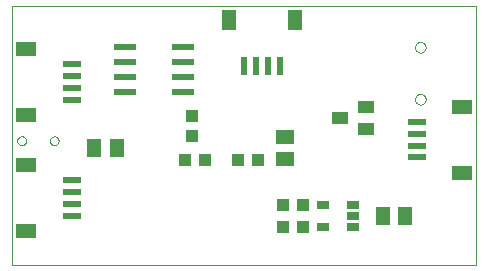
<source format=gbp>
G75*
%MOIN*%
%OFA0B0*%
%FSLAX24Y24*%
%IPPOS*%
%LPD*%
%AMOC8*
5,1,8,0,0,1.08239X$1,22.5*
%
%ADD10C,0.0000*%
%ADD11R,0.0433X0.0394*%
%ADD12R,0.0390X0.0272*%
%ADD13R,0.0551X0.0394*%
%ADD14R,0.0591X0.0512*%
%ADD15R,0.0512X0.0591*%
%ADD16R,0.0394X0.0433*%
%ADD17R,0.0236X0.0610*%
%ADD18R,0.0472X0.0709*%
%ADD19R,0.0780X0.0220*%
%ADD20R,0.0610X0.0236*%
%ADD21R,0.0709X0.0472*%
D10*
X005150Y004018D02*
X005150Y012639D01*
X020645Y012639D01*
X020645Y004018D01*
X005150Y004018D01*
X005336Y008143D02*
X005338Y008167D01*
X005344Y008190D01*
X005353Y008212D01*
X005366Y008232D01*
X005381Y008250D01*
X005400Y008265D01*
X005421Y008277D01*
X005443Y008285D01*
X005466Y008290D01*
X005490Y008291D01*
X005514Y008288D01*
X005536Y008281D01*
X005558Y008271D01*
X005578Y008258D01*
X005595Y008241D01*
X005609Y008222D01*
X005620Y008201D01*
X005628Y008178D01*
X005632Y008155D01*
X005632Y008131D01*
X005628Y008108D01*
X005620Y008085D01*
X005609Y008064D01*
X005595Y008045D01*
X005578Y008028D01*
X005558Y008015D01*
X005536Y008005D01*
X005514Y007998D01*
X005490Y007995D01*
X005466Y007996D01*
X005443Y008001D01*
X005421Y008009D01*
X005400Y008021D01*
X005381Y008036D01*
X005366Y008054D01*
X005353Y008074D01*
X005344Y008096D01*
X005338Y008119D01*
X005336Y008143D01*
X006418Y008143D02*
X006420Y008167D01*
X006426Y008190D01*
X006435Y008212D01*
X006448Y008232D01*
X006463Y008250D01*
X006482Y008265D01*
X006503Y008277D01*
X006525Y008285D01*
X006548Y008290D01*
X006572Y008291D01*
X006596Y008288D01*
X006618Y008281D01*
X006640Y008271D01*
X006660Y008258D01*
X006677Y008241D01*
X006691Y008222D01*
X006702Y008201D01*
X006710Y008178D01*
X006714Y008155D01*
X006714Y008131D01*
X006710Y008108D01*
X006702Y008085D01*
X006691Y008064D01*
X006677Y008045D01*
X006660Y008028D01*
X006640Y008015D01*
X006618Y008005D01*
X006596Y007998D01*
X006572Y007995D01*
X006548Y007996D01*
X006525Y008001D01*
X006503Y008009D01*
X006482Y008021D01*
X006463Y008036D01*
X006448Y008054D01*
X006435Y008074D01*
X006426Y008096D01*
X006420Y008119D01*
X006418Y008143D01*
X018598Y009527D02*
X018600Y009553D01*
X018606Y009579D01*
X018616Y009604D01*
X018629Y009627D01*
X018645Y009647D01*
X018665Y009665D01*
X018687Y009680D01*
X018710Y009692D01*
X018736Y009700D01*
X018762Y009704D01*
X018788Y009704D01*
X018814Y009700D01*
X018840Y009692D01*
X018864Y009680D01*
X018885Y009665D01*
X018905Y009647D01*
X018921Y009627D01*
X018934Y009604D01*
X018944Y009579D01*
X018950Y009553D01*
X018952Y009527D01*
X018950Y009501D01*
X018944Y009475D01*
X018934Y009450D01*
X018921Y009427D01*
X018905Y009407D01*
X018885Y009389D01*
X018863Y009374D01*
X018840Y009362D01*
X018814Y009354D01*
X018788Y009350D01*
X018762Y009350D01*
X018736Y009354D01*
X018710Y009362D01*
X018686Y009374D01*
X018665Y009389D01*
X018645Y009407D01*
X018629Y009427D01*
X018616Y009450D01*
X018606Y009475D01*
X018600Y009501D01*
X018598Y009527D01*
X018598Y011259D02*
X018600Y011285D01*
X018606Y011311D01*
X018616Y011336D01*
X018629Y011359D01*
X018645Y011379D01*
X018665Y011397D01*
X018687Y011412D01*
X018710Y011424D01*
X018736Y011432D01*
X018762Y011436D01*
X018788Y011436D01*
X018814Y011432D01*
X018840Y011424D01*
X018864Y011412D01*
X018885Y011397D01*
X018905Y011379D01*
X018921Y011359D01*
X018934Y011336D01*
X018944Y011311D01*
X018950Y011285D01*
X018952Y011259D01*
X018950Y011233D01*
X018944Y011207D01*
X018934Y011182D01*
X018921Y011159D01*
X018905Y011139D01*
X018885Y011121D01*
X018863Y011106D01*
X018840Y011094D01*
X018814Y011086D01*
X018788Y011082D01*
X018762Y011082D01*
X018736Y011086D01*
X018710Y011094D01*
X018686Y011106D01*
X018665Y011121D01*
X018645Y011139D01*
X018629Y011159D01*
X018616Y011182D01*
X018606Y011207D01*
X018600Y011233D01*
X018598Y011259D01*
D11*
X011610Y007518D03*
X010940Y007518D03*
X011150Y008309D03*
X011150Y008978D03*
X014190Y006018D03*
X014860Y006018D03*
X014860Y005268D03*
X014190Y005268D03*
D12*
X015513Y005269D03*
X016537Y005269D03*
X016537Y005643D03*
X016537Y006017D03*
X015513Y006017D03*
D13*
X016958Y008519D03*
X016092Y008893D03*
X016958Y009267D03*
D14*
X014275Y008267D03*
X014275Y007519D03*
D15*
X017526Y005643D03*
X018274Y005643D03*
X008649Y007893D03*
X007901Y007893D03*
D16*
X012690Y007518D03*
X013360Y007518D03*
D17*
X013294Y010643D03*
X013687Y010643D03*
X014081Y010643D03*
X012900Y010643D03*
D18*
X012388Y012169D03*
X014593Y012169D03*
D19*
X010870Y011268D03*
X010870Y010768D03*
X010870Y010268D03*
X010870Y009768D03*
X008930Y009768D03*
X008930Y010268D03*
X008930Y010768D03*
X008930Y011268D03*
D20*
X007150Y010699D03*
X007150Y010306D03*
X007150Y009912D03*
X007150Y009518D03*
X007150Y006824D03*
X007150Y006431D03*
X007150Y006037D03*
X007150Y005643D03*
X018650Y007587D03*
X018650Y007981D03*
X018650Y008375D03*
X018650Y008768D03*
D21*
X020176Y009280D03*
X020176Y007075D03*
X005624Y007336D03*
X005624Y009006D03*
X005624Y011211D03*
X005624Y005131D03*
M02*

</source>
